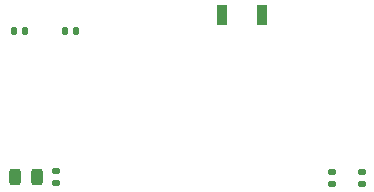
<source format=gbr>
%TF.GenerationSoftware,KiCad,Pcbnew,(6.0.8)*%
%TF.CreationDate,2023-02-17T12:02:06-05:00*%
%TF.ProjectId,Amicro_tst,416d6963-726f-45f7-9473-742e6b696361,rev?*%
%TF.SameCoordinates,Original*%
%TF.FileFunction,Paste,Top*%
%TF.FilePolarity,Positive*%
%FSLAX46Y46*%
G04 Gerber Fmt 4.6, Leading zero omitted, Abs format (unit mm)*
G04 Created by KiCad (PCBNEW (6.0.8)) date 2023-02-17 12:02:06*
%MOMM*%
%LPD*%
G01*
G04 APERTURE LIST*
G04 Aperture macros list*
%AMRoundRect*
0 Rectangle with rounded corners*
0 $1 Rounding radius*
0 $2 $3 $4 $5 $6 $7 $8 $9 X,Y pos of 4 corners*
0 Add a 4 corners polygon primitive as box body*
4,1,4,$2,$3,$4,$5,$6,$7,$8,$9,$2,$3,0*
0 Add four circle primitives for the rounded corners*
1,1,$1+$1,$2,$3*
1,1,$1+$1,$4,$5*
1,1,$1+$1,$6,$7*
1,1,$1+$1,$8,$9*
0 Add four rect primitives between the rounded corners*
20,1,$1+$1,$2,$3,$4,$5,0*
20,1,$1+$1,$4,$5,$6,$7,0*
20,1,$1+$1,$6,$7,$8,$9,0*
20,1,$1+$1,$8,$9,$2,$3,0*%
G04 Aperture macros list end*
%ADD10RoundRect,0.140000X-0.140000X-0.170000X0.140000X-0.170000X0.140000X0.170000X-0.140000X0.170000X0*%
%ADD11RoundRect,0.135000X-0.185000X0.135000X-0.185000X-0.135000X0.185000X-0.135000X0.185000X0.135000X0*%
%ADD12R,0.900000X1.700000*%
%ADD13RoundRect,0.243750X0.243750X0.456250X-0.243750X0.456250X-0.243750X-0.456250X0.243750X-0.456250X0*%
G04 APERTURE END LIST*
D10*
%TO.C,C4*%
X128476000Y-106731000D03*
X129436000Y-106731000D03*
%TD*%
D11*
%TO.C,R3*%
X151054000Y-118667000D03*
X151054000Y-119687000D03*
%TD*%
D10*
%TO.C,C5*%
X124130000Y-106731000D03*
X125090000Y-106731000D03*
%TD*%
D11*
%TO.C,R1*%
X127686000Y-118540000D03*
X127686000Y-119560000D03*
%TD*%
D12*
%TO.C,SW1*%
X141734000Y-105334000D03*
X145134000Y-105334000D03*
%TD*%
D13*
%TO.C,D1*%
X126083500Y-119050000D03*
X124208500Y-119050000D03*
%TD*%
D11*
%TO.C,R4*%
X153594000Y-118667000D03*
X153594000Y-119687000D03*
%TD*%
M02*

</source>
